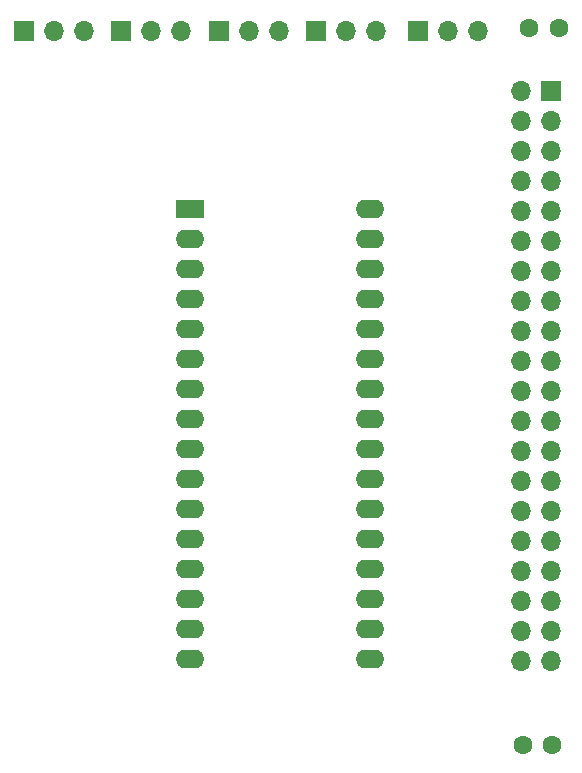
<source format=gts>
G04 #@! TF.GenerationSoftware,KiCad,Pcbnew,(7.0.0)*
G04 #@! TF.CreationDate,2024-08-20T14:45:54-04:00*
G04 #@! TF.ProjectId,LB-MEM-03,4c422d4d-454d-42d3-9033-2e6b69636164,1*
G04 #@! TF.SameCoordinates,Original*
G04 #@! TF.FileFunction,Soldermask,Top*
G04 #@! TF.FilePolarity,Negative*
%FSLAX46Y46*%
G04 Gerber Fmt 4.6, Leading zero omitted, Abs format (unit mm)*
G04 Created by KiCad (PCBNEW (7.0.0)) date 2024-08-20 14:45:54*
%MOMM*%
%LPD*%
G01*
G04 APERTURE LIST*
%ADD10R,1.700000X1.700000*%
%ADD11O,1.700000X1.700000*%
%ADD12R,2.400000X1.600000*%
%ADD13O,2.400000X1.600000*%
%ADD14C,1.600000*%
G04 APERTURE END LIST*
D10*
X179889999Y-54614999D03*
D11*
X177349999Y-54614999D03*
X179889999Y-57154999D03*
X177349999Y-57154999D03*
X179889999Y-59694999D03*
X177349999Y-59694999D03*
X179889999Y-62234999D03*
X177349999Y-62234999D03*
X179889999Y-64774999D03*
X177349999Y-64774999D03*
X179889999Y-67314999D03*
X177349999Y-67314999D03*
X179889999Y-69854999D03*
X177349999Y-69854999D03*
X179889999Y-72394999D03*
X177349999Y-72394999D03*
X179889999Y-74934999D03*
X177349999Y-74934999D03*
X179889999Y-77474999D03*
X177349999Y-77474999D03*
X179889999Y-80014999D03*
X177349999Y-80014999D03*
X179889999Y-82554999D03*
X177349999Y-82554999D03*
X179889999Y-85094999D03*
X177349999Y-85094999D03*
X179889999Y-87634999D03*
X177349999Y-87634999D03*
X179889999Y-90174999D03*
X177349999Y-90174999D03*
X179889999Y-92714999D03*
X177349999Y-92714999D03*
X179889999Y-95254999D03*
X177349999Y-95254999D03*
X179889999Y-97794999D03*
X177349999Y-97794999D03*
X179889999Y-100334999D03*
X177349999Y-100334999D03*
X179889999Y-102874999D03*
X177349999Y-102874999D03*
D12*
X149321999Y-64637999D03*
D13*
X149321999Y-67177999D03*
X149321999Y-69717999D03*
X149321999Y-72257999D03*
X149321999Y-74797999D03*
X149321999Y-77337999D03*
X149321999Y-79877999D03*
X149321999Y-82417999D03*
X149321999Y-84957999D03*
X149321999Y-87497999D03*
X149321999Y-90037999D03*
X149321999Y-92577999D03*
X149321999Y-95117999D03*
X149321999Y-97657999D03*
X149321999Y-100197999D03*
X149321999Y-102737999D03*
X164561999Y-102737999D03*
X164561999Y-100197999D03*
X164561999Y-97657999D03*
X164561999Y-95117999D03*
X164561999Y-92577999D03*
X164561999Y-90037999D03*
X164561999Y-87497999D03*
X164561999Y-84957999D03*
X164561999Y-82417999D03*
X164561999Y-79877999D03*
X164561999Y-77337999D03*
X164561999Y-74797999D03*
X164561999Y-72257999D03*
X164561999Y-69717999D03*
X164561999Y-67177999D03*
X164561999Y-64637999D03*
D10*
X160034999Y-49529999D03*
D11*
X162574999Y-49529999D03*
X165114999Y-49529999D03*
D10*
X151779999Y-49529999D03*
D11*
X154319999Y-49529999D03*
X156859999Y-49529999D03*
D14*
X180000000Y-110000000D03*
X177500000Y-110000000D03*
D10*
X143524999Y-49529999D03*
D11*
X146064999Y-49529999D03*
X148604999Y-49529999D03*
D14*
X180574000Y-49276000D03*
X178074000Y-49276000D03*
D10*
X168670999Y-49529999D03*
D11*
X171210999Y-49529999D03*
X173750999Y-49529999D03*
D10*
X135269999Y-49529999D03*
D11*
X137809999Y-49529999D03*
X140349999Y-49529999D03*
M02*

</source>
